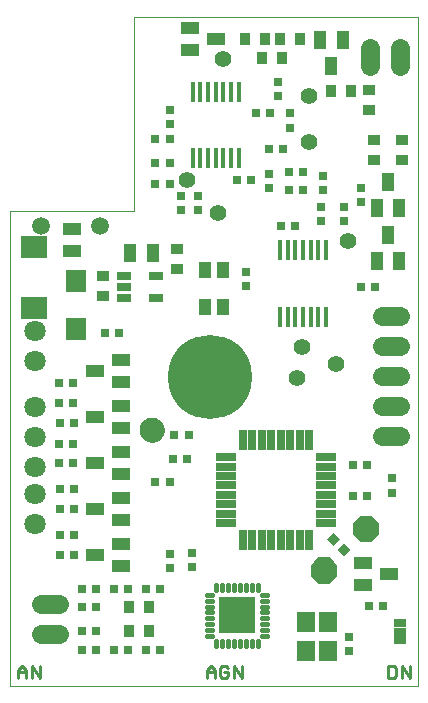
<source format=gts>
G75*
G70*
%OFA0B0*%
%FSLAX24Y24*%
%IPPOS*%
%LPD*%
%AMOC8*
5,1,8,0,0,1.08239X$1,22.5*
%
%ADD10C,0.0000*%
%ADD11C,0.0827*%
%ADD12C,0.0100*%
%ADD13R,0.0316X0.0316*%
%ADD14R,0.0434X0.0355*%
%ADD15R,0.0906X0.0749*%
%ADD16R,0.0709X0.0749*%
%ADD17R,0.0434X0.0591*%
%ADD18C,0.0634*%
%ADD19R,0.0355X0.0434*%
%ADD20R,0.0355X0.0394*%
%ADD21R,0.0631X0.0414*%
%ADD22R,0.0414X0.0631*%
%ADD23C,0.0591*%
%ADD24R,0.1221X0.1221*%
%ADD25C,0.0150*%
%ADD26R,0.0631X0.0709*%
%ADD27C,0.0709*%
%ADD28R,0.0591X0.0434*%
%ADD29C,0.0178*%
%ADD30R,0.0316X0.0316*%
%ADD31R,0.0650X0.0257*%
%ADD32R,0.0257X0.0650*%
%ADD33C,0.0640*%
%ADD34R,0.0394X0.0571*%
%ADD35R,0.0394X0.0355*%
%ADD36R,0.0178X0.0670*%
%ADD37R,0.0453X0.0276*%
%ADD38C,0.0555*%
%ADD39R,0.0394X0.0295*%
%ADD40R,0.0394X0.0315*%
%ADD41C,0.2802*%
D10*
X000260Y003292D02*
X000260Y019119D01*
X004394Y019119D01*
X004394Y025615D01*
X013842Y025615D01*
X013842Y003292D01*
X000260Y003292D01*
X004590Y011835D02*
X004592Y011874D01*
X004598Y011913D01*
X004608Y011951D01*
X004621Y011988D01*
X004638Y012023D01*
X004658Y012057D01*
X004682Y012088D01*
X004709Y012117D01*
X004738Y012143D01*
X004770Y012166D01*
X004804Y012186D01*
X004840Y012202D01*
X004877Y012214D01*
X004916Y012223D01*
X004955Y012228D01*
X004994Y012229D01*
X005033Y012226D01*
X005072Y012219D01*
X005109Y012208D01*
X005146Y012194D01*
X005181Y012176D01*
X005214Y012155D01*
X005245Y012130D01*
X005273Y012103D01*
X005298Y012073D01*
X005320Y012040D01*
X005339Y012006D01*
X005354Y011970D01*
X005366Y011932D01*
X005374Y011894D01*
X005378Y011855D01*
X005378Y011815D01*
X005374Y011776D01*
X005366Y011738D01*
X005354Y011700D01*
X005339Y011664D01*
X005320Y011630D01*
X005298Y011597D01*
X005273Y011567D01*
X005245Y011540D01*
X005214Y011515D01*
X005181Y011494D01*
X005146Y011476D01*
X005109Y011462D01*
X005072Y011451D01*
X005033Y011444D01*
X004994Y011441D01*
X004955Y011442D01*
X004916Y011447D01*
X004877Y011456D01*
X004840Y011468D01*
X004804Y011484D01*
X004770Y011504D01*
X004738Y011527D01*
X004709Y011553D01*
X004682Y011582D01*
X004658Y011613D01*
X004638Y011647D01*
X004621Y011682D01*
X004608Y011719D01*
X004598Y011757D01*
X004592Y011796D01*
X004590Y011835D01*
D11*
X004984Y011835D03*
D12*
X006939Y003959D02*
X007073Y003826D01*
X007073Y003559D01*
X007073Y003759D02*
X006806Y003759D01*
X006806Y003826D02*
X006939Y003959D01*
X006806Y003826D02*
X006806Y003559D01*
X007266Y003625D02*
X007333Y003559D01*
X007466Y003559D01*
X007533Y003625D01*
X007533Y003759D01*
X007400Y003759D01*
X007533Y003892D02*
X007466Y003959D01*
X007333Y003959D01*
X007266Y003892D01*
X007266Y003625D01*
X007727Y003559D02*
X007727Y003959D01*
X007993Y003559D01*
X007993Y003959D01*
X012849Y003959D02*
X012849Y003559D01*
X013049Y003559D01*
X013116Y003625D01*
X013116Y003892D01*
X013049Y003959D01*
X012849Y003959D01*
X013309Y003959D02*
X013309Y003559D01*
X013576Y003559D02*
X013309Y003959D01*
X013576Y003959D02*
X013576Y003559D01*
X001254Y003559D02*
X001254Y003959D01*
X000987Y003959D02*
X000987Y003559D01*
X000793Y003559D02*
X000793Y003826D01*
X000660Y003959D01*
X000526Y003826D01*
X000526Y003559D01*
X000526Y003759D02*
X000793Y003759D01*
X000987Y003959D02*
X001254Y003559D01*
D13*
X002661Y004513D03*
X002661Y005143D03*
X003134Y005143D03*
X003134Y004513D03*
X003724Y004513D03*
X004197Y004513D03*
X004787Y004513D03*
X005260Y004513D03*
X005260Y006520D03*
X005575Y007229D03*
X005575Y007702D03*
X006323Y007741D03*
X006323Y007269D03*
X004787Y006520D03*
X004197Y006520D03*
X003724Y006520D03*
X003134Y006520D03*
X002661Y006520D03*
X002661Y005930D03*
X003134Y005930D03*
X002386Y007662D03*
X001913Y007662D03*
X001913Y008331D03*
X002386Y008331D03*
X002386Y009198D03*
X001913Y009198D03*
X001913Y009867D03*
X002386Y009867D03*
X002346Y010733D03*
X002346Y011363D03*
X001874Y011363D03*
X001874Y010733D03*
X001913Y012072D03*
X002386Y012072D03*
X002346Y012741D03*
X002346Y013410D03*
X001874Y013410D03*
X001874Y012741D03*
X003409Y015064D03*
X003882Y015064D03*
X005732Y011678D03*
X006205Y011678D03*
X006165Y010851D03*
X005693Y010851D03*
X005575Y010103D03*
X005102Y010103D03*
X008134Y016639D03*
X008134Y017111D03*
X009275Y018646D03*
X009748Y018646D03*
X010614Y018804D03*
X010614Y019276D03*
X010693Y019828D03*
X010693Y020300D03*
X010024Y020418D03*
X010024Y019828D03*
X009551Y019828D03*
X009551Y020418D03*
X009354Y021206D03*
X008882Y021206D03*
X008882Y020379D03*
X008882Y019906D03*
X008291Y020182D03*
X007819Y020182D03*
X006520Y019631D03*
X006520Y019158D03*
X005968Y019158D03*
X005968Y019631D03*
X005575Y020024D03*
X005575Y020733D03*
X005102Y020733D03*
X005102Y020024D03*
X005102Y021520D03*
X005575Y021520D03*
X005575Y022032D03*
X005575Y022505D03*
X008449Y022387D03*
X008921Y022387D03*
X009197Y022977D03*
X009197Y023450D03*
X009590Y022387D03*
X009590Y021914D03*
X011401Y019276D03*
X011401Y018804D03*
X011953Y019434D03*
X011953Y019906D03*
X011953Y016599D03*
X012425Y016599D03*
X012149Y010654D03*
X011677Y010654D03*
X011677Y009631D03*
X012149Y009631D03*
X012976Y009749D03*
X012976Y010221D03*
X012701Y005969D03*
X012228Y005969D03*
X011559Y004946D03*
X011559Y004473D03*
D14*
X005811Y017209D03*
X005811Y017879D03*
X003370Y016973D03*
X003370Y016304D03*
X012228Y022485D03*
X012228Y023154D03*
D15*
X001047Y017918D03*
X001047Y015910D03*
D16*
X002464Y015202D03*
X002464Y016816D03*
D17*
X010594Y024828D03*
X010968Y023961D03*
X011342Y024828D03*
X012858Y020103D03*
X012484Y019237D03*
X013232Y019237D03*
X012858Y018331D03*
X012484Y017465D03*
X013232Y017465D03*
D18*
X013240Y023980D02*
X013240Y024573D01*
X012240Y024573D02*
X012240Y023980D01*
X001895Y006036D02*
X001301Y006036D01*
X001301Y005036D02*
X001895Y005036D01*
D19*
X010949Y023135D03*
X011618Y023135D03*
X009335Y024237D03*
X008665Y024237D03*
X008744Y024867D03*
X008075Y024867D03*
D20*
X009256Y024867D03*
X009925Y024867D03*
X004886Y005930D03*
X004886Y005143D03*
X004216Y005143D03*
X004216Y005930D03*
D21*
X002307Y017800D03*
X002307Y018548D03*
D22*
X004256Y017741D03*
X005004Y017741D03*
D23*
X003252Y018646D03*
X001283Y018646D03*
D24*
X007819Y005654D03*
D25*
X007917Y004810D02*
X007917Y004648D01*
X007720Y004648D02*
X007720Y004810D01*
X007524Y004810D02*
X007524Y004648D01*
X007327Y004648D02*
X007327Y004810D01*
X007130Y004810D02*
X007130Y004648D01*
X006975Y004965D02*
X006813Y004965D01*
X006813Y005162D02*
X006975Y005162D01*
X006975Y005359D02*
X006813Y005359D01*
X006813Y005556D02*
X006975Y005556D01*
X006975Y005753D02*
X006813Y005753D01*
X006813Y005950D02*
X006975Y005950D01*
X006975Y006146D02*
X006813Y006146D01*
X006813Y006343D02*
X006975Y006343D01*
X007130Y006499D02*
X007130Y006661D01*
X007327Y006661D02*
X007327Y006499D01*
X007524Y006499D02*
X007524Y006661D01*
X007720Y006661D02*
X007720Y006499D01*
X007917Y006499D02*
X007917Y006661D01*
X008114Y006661D02*
X008114Y006499D01*
X008311Y006499D02*
X008311Y006661D01*
X008508Y006661D02*
X008508Y006499D01*
X008663Y006343D02*
X008825Y006343D01*
X008825Y006146D02*
X008663Y006146D01*
X008663Y005950D02*
X008825Y005950D01*
X008825Y005753D02*
X008663Y005753D01*
X008663Y005556D02*
X008825Y005556D01*
X008825Y005359D02*
X008663Y005359D01*
X008663Y005162D02*
X008825Y005162D01*
X008825Y004965D02*
X008663Y004965D01*
X008508Y004810D02*
X008508Y004648D01*
X008311Y004648D02*
X008311Y004810D01*
X008114Y004810D02*
X008114Y004648D01*
D26*
X010122Y004454D03*
X010122Y005438D03*
X010870Y005438D03*
X010870Y004454D03*
D27*
X001086Y008686D03*
X001086Y009686D03*
X001086Y010607D03*
X001086Y011607D03*
X001086Y012607D03*
X001086Y014119D03*
X001086Y015119D03*
D28*
X003094Y013804D03*
X003961Y014178D03*
X003961Y013430D03*
X003961Y012643D03*
X003961Y011894D03*
X003961Y011107D03*
X003961Y010359D03*
X003961Y009572D03*
X003961Y008824D03*
X003961Y008036D03*
X003961Y007288D03*
X003094Y007662D03*
X003094Y009198D03*
X003094Y010733D03*
X003094Y012269D03*
X006244Y024493D03*
X006244Y025241D03*
X007110Y024867D03*
X012031Y007406D03*
X012031Y006658D03*
X012898Y007032D03*
D29*
X011831Y008497D02*
X011742Y008408D01*
X011742Y008702D01*
X011950Y008910D01*
X012244Y008910D01*
X012452Y008702D01*
X012452Y008408D01*
X012244Y008200D01*
X011950Y008200D01*
X011742Y008408D01*
X011875Y008464D01*
X011875Y008646D01*
X012006Y008777D01*
X012188Y008777D01*
X012319Y008646D01*
X012319Y008464D01*
X012188Y008333D01*
X012006Y008333D01*
X011875Y008464D01*
X012009Y008518D01*
X012009Y008592D01*
X012060Y008643D01*
X012134Y008643D01*
X012185Y008592D01*
X012185Y008518D01*
X012134Y008467D01*
X012060Y008467D01*
X012009Y008518D01*
X010439Y007105D02*
X010350Y007016D01*
X010350Y007310D01*
X010558Y007518D01*
X010852Y007518D01*
X011060Y007310D01*
X011060Y007016D01*
X010852Y006808D01*
X010558Y006808D01*
X010350Y007016D01*
X010483Y007072D01*
X010483Y007254D01*
X010614Y007385D01*
X010796Y007385D01*
X010927Y007254D01*
X010927Y007072D01*
X010796Y006941D01*
X010614Y006941D01*
X010483Y007072D01*
X010617Y007126D01*
X010617Y007200D01*
X010668Y007251D01*
X010742Y007251D01*
X010793Y007200D01*
X010793Y007126D01*
X010742Y007075D01*
X010668Y007075D01*
X010617Y007126D01*
D30*
G36*
X011038Y008407D02*
X011261Y008184D01*
X011038Y007961D01*
X010815Y008184D01*
X011038Y008407D01*
G37*
G36*
X011372Y008073D02*
X011595Y007850D01*
X011372Y007627D01*
X011149Y007850D01*
X011372Y008073D01*
G37*
D31*
X010791Y008725D03*
X010791Y009040D03*
X010791Y009355D03*
X010791Y009670D03*
X010791Y009985D03*
X010791Y010300D03*
X010791Y010615D03*
X010791Y010930D03*
X007445Y010930D03*
X007445Y010615D03*
X007445Y010300D03*
X007445Y009985D03*
X007445Y009670D03*
X007445Y009355D03*
X007445Y009040D03*
X007445Y008725D03*
D32*
X008016Y008154D03*
X008331Y008154D03*
X008646Y008154D03*
X008961Y008154D03*
X009275Y008154D03*
X009590Y008154D03*
X009905Y008154D03*
X010220Y008154D03*
X010220Y011501D03*
X009905Y011501D03*
X009590Y011501D03*
X009275Y011501D03*
X008961Y011501D03*
X008646Y011501D03*
X008331Y011501D03*
X008016Y011501D03*
D33*
X012637Y011646D02*
X013237Y011646D01*
X013237Y012646D02*
X012637Y012646D01*
X012637Y013646D02*
X013237Y013646D01*
X013237Y014646D02*
X012637Y014646D01*
X012637Y015646D02*
X013237Y015646D01*
D34*
X007346Y015950D03*
X006756Y015950D03*
X006756Y017170D03*
X007346Y017170D03*
D35*
X012386Y020831D03*
X012386Y021501D03*
X013331Y021501D03*
X013331Y020831D03*
D36*
X010791Y017820D03*
X010535Y017820D03*
X010279Y017820D03*
X010024Y017820D03*
X009768Y017820D03*
X009512Y017820D03*
X009256Y017820D03*
X009256Y015615D03*
X009512Y015615D03*
X009768Y015615D03*
X010024Y015615D03*
X010279Y015615D03*
X010535Y015615D03*
X010791Y015615D03*
X007878Y020891D03*
X007622Y020891D03*
X007366Y020891D03*
X007110Y020891D03*
X006854Y020891D03*
X006598Y020891D03*
X006342Y020891D03*
X006342Y023095D03*
X006598Y023095D03*
X006854Y023095D03*
X007110Y023095D03*
X007366Y023095D03*
X007622Y023095D03*
X007878Y023095D03*
D37*
X005122Y016973D03*
X005122Y016225D03*
X004059Y016225D03*
X004059Y016599D03*
X004059Y016973D03*
D38*
X006165Y020182D03*
X007189Y019080D03*
X009984Y014591D03*
X009827Y013568D03*
X011126Y014040D03*
X011520Y018135D03*
X010220Y021442D03*
X010220Y022977D03*
X007366Y024198D03*
D39*
X013252Y005389D03*
X013252Y004818D03*
D40*
X013252Y005103D03*
D41*
X006913Y013607D03*
M02*

</source>
